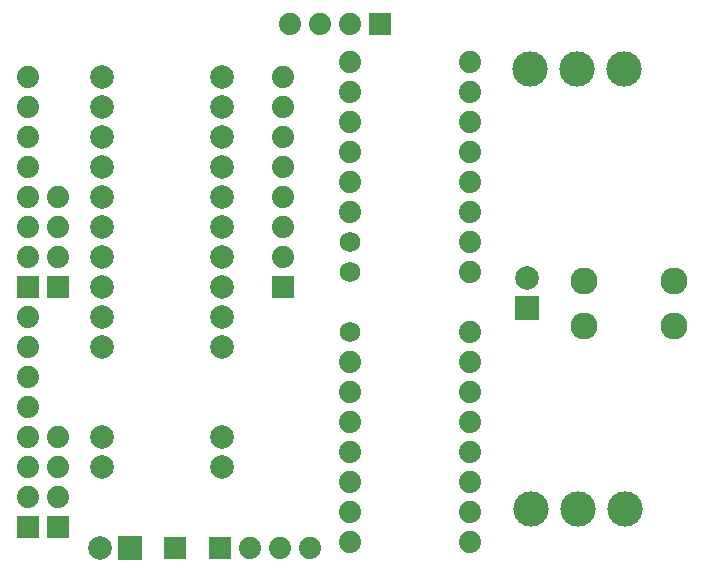
<source format=gts>
%FSLAX46Y46*%
G04 Gerber Fmt 4.6, Leading zero omitted, Abs format (unit mm)*
G04 Created by KiCad (PCBNEW (2014-09-19 BZR 5142)-product) date Wed 08 Oct 2014 09:05:39 PM EDT*
%MOMM*%
G01*
G04 APERTURE LIST*
%ADD10C,0.100000*%
%ADD11R,1.998980X1.998980*%
%ADD12C,1.998980*%
%ADD13R,1.879600X1.879600*%
%ADD14C,1.879600*%
%ADD15C,1.727200*%
%ADD16C,2.286000*%
%ADD17C,3.000000*%
G04 APERTURE END LIST*
D10*
D11*
X62230000Y-84582000D03*
D12*
X59690000Y-84582000D03*
D13*
X53610000Y-82812000D03*
D14*
X53610000Y-80272000D03*
X53610000Y-77732000D03*
X53610000Y-75192000D03*
X53610000Y-72652000D03*
X53610000Y-70112000D03*
X53610000Y-67572000D03*
X53610000Y-65032000D03*
X91075000Y-61222000D03*
X91075000Y-58682000D03*
X91075000Y-56142000D03*
X91075000Y-53602000D03*
X91075000Y-51062000D03*
X91075000Y-48522000D03*
X91075000Y-45982000D03*
X91075000Y-43442000D03*
X80915000Y-43442000D03*
X80915000Y-45982000D03*
X80915000Y-48522000D03*
X80915000Y-51062000D03*
X80915000Y-53602000D03*
X80915000Y-56142000D03*
D15*
X80915000Y-58682000D03*
X80915000Y-61222000D03*
D11*
X95870000Y-64308000D03*
D12*
X95870000Y-61768000D03*
D13*
X56150000Y-82812000D03*
D14*
X56150000Y-80272000D03*
X56150000Y-77732000D03*
X56150000Y-75192000D03*
D13*
X53610000Y-62492000D03*
D14*
X53610000Y-59952000D03*
X53610000Y-57412000D03*
X53610000Y-54872000D03*
X53610000Y-52332000D03*
X53610000Y-49792000D03*
X53610000Y-47252000D03*
X53610000Y-44712000D03*
D13*
X69850000Y-84582000D03*
D14*
X72390000Y-84582000D03*
X74930000Y-84582000D03*
X77470000Y-84582000D03*
D13*
X83455000Y-40267000D03*
D14*
X80915000Y-40267000D03*
X78375000Y-40267000D03*
X75835000Y-40267000D03*
D13*
X56150000Y-62492000D03*
D14*
X56150000Y-59952000D03*
X56150000Y-57412000D03*
X56150000Y-54872000D03*
D13*
X75200000Y-62492000D03*
D14*
X75200000Y-59952000D03*
X75200000Y-57412000D03*
X75200000Y-54872000D03*
X75200000Y-52332000D03*
X75200000Y-49792000D03*
X75200000Y-47252000D03*
X75200000Y-44712000D03*
D12*
X70041260Y-75192000D03*
X59881260Y-75192000D03*
X70041260Y-67572000D03*
X59881260Y-67572000D03*
X70041260Y-65032000D03*
X59881260Y-65032000D03*
X59881260Y-62492000D03*
X70041260Y-62492000D03*
X59881260Y-59952000D03*
X70041260Y-59952000D03*
X59881260Y-57412000D03*
X70041260Y-57412000D03*
X59881260Y-54872000D03*
X70041260Y-54872000D03*
X59881260Y-52332000D03*
X70041260Y-52332000D03*
X59881260Y-49792000D03*
X70041260Y-49792000D03*
X59881260Y-47252000D03*
X70041260Y-47252000D03*
X59881260Y-44712000D03*
X70041260Y-44712000D03*
D16*
X108316000Y-65832000D03*
X108316000Y-62022000D03*
X100696000Y-65832000D03*
X100696000Y-62022000D03*
D13*
X66040000Y-84582000D03*
D12*
X70041260Y-77732000D03*
X59881260Y-77732000D03*
D14*
X91075000Y-84082000D03*
X91075000Y-81542000D03*
X91075000Y-79002000D03*
X91075000Y-76462000D03*
X91075000Y-73922000D03*
X91075000Y-71382000D03*
X91075000Y-68842000D03*
X91075000Y-66302000D03*
D15*
X80915000Y-66302000D03*
D14*
X80915000Y-68842000D03*
X80915000Y-71382000D03*
X80915000Y-73922000D03*
X80915000Y-76462000D03*
X80915000Y-79002000D03*
X80915000Y-81542000D03*
X80915000Y-84082000D03*
D17*
X96155000Y-44077000D03*
X104079800Y-44077000D03*
X100117400Y-44077000D03*
X104140000Y-81280000D03*
X96215200Y-81280000D03*
X100177600Y-81280000D03*
M02*

</source>
